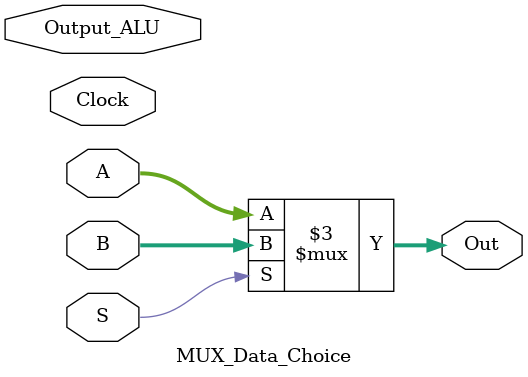
<source format=v>
module MUX(A, B, S, Out,Clock);

    input [31:0] A,B;
    input S,Clock;
    output reg [31:0] Out;
    always@(*) begin

        Out <= (S == 1'b0) ? A : B;
   // $display("In: %d-%d-%d",A,B,S);
   //$display("Out: %d",Out);
    end
endmodule

module MUX_Data_Choice(A, B, S, Out,Clock,Output_ALU);

    input [31:0] A,B,Output_ALU;
    input S,Clock;
    output reg [31:0] Out;
    always@(*) begin

        Out <= (S == 1'b0) ? A : B;
    //$display("1In: %d-%d-%d",A,B,S);
   //$display("1Out: %d",Out);
    end
endmodule


</source>
